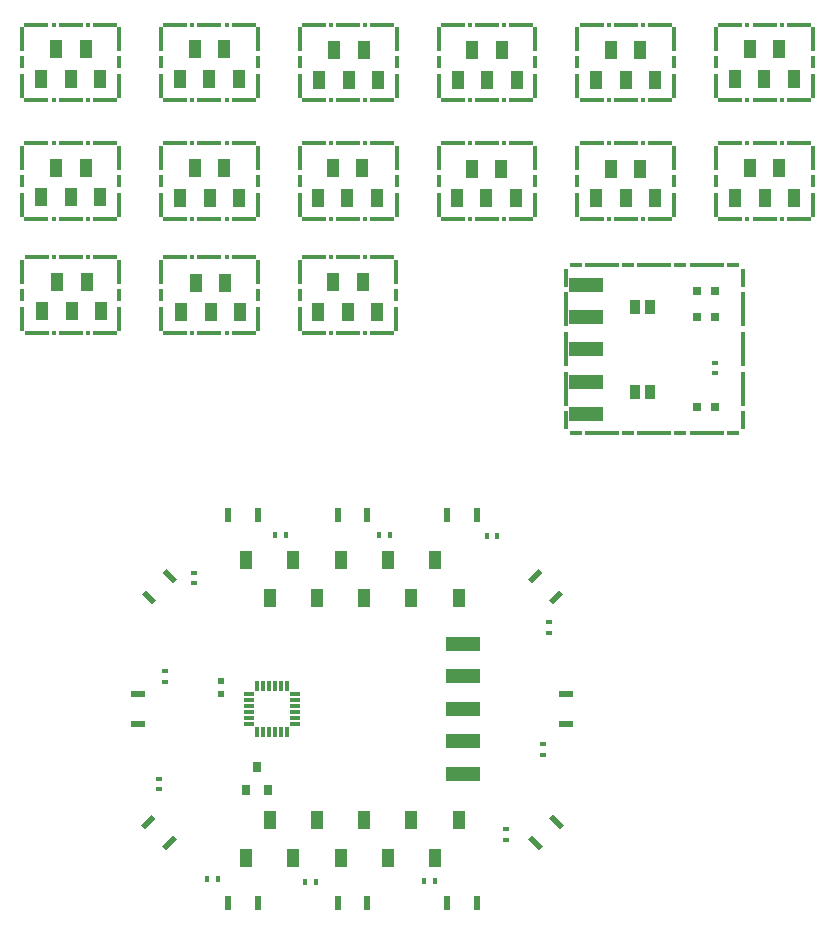
<source format=gbp>
G04 #@! TF.FileFunction,Paste,Bot*
%FSLAX46Y46*%
G04 Gerber Fmt 4.6, Leading zero omitted, Abs format (unit mm)*
G04 Created by KiCad (PCBNEW 4.0.7-e2-6376~58~ubuntu16.04.1) date Fri Aug  3 20:43:21 2018*
%MOMM*%
%LPD*%
G01*
G04 APERTURE LIST*
%ADD10C,0.100000*%
%ADD11R,0.400000X0.400000*%
%ADD12R,2.000000X0.400000*%
%ADD13R,0.400000X1.000000*%
%ADD14R,0.400000X2.000000*%
%ADD15R,1.000000X1.600000*%
%ADD16R,0.500000X1.250000*%
%ADD17R,0.850000X0.300000*%
%ADD18R,0.300000X0.850000*%
%ADD19R,1.250000X0.500000*%
%ADD20R,0.800000X0.900000*%
%ADD21R,0.500000X0.600000*%
%ADD22R,0.400000X0.600000*%
%ADD23R,0.600000X0.400000*%
%ADD24R,3.000000X1.250000*%
%ADD25R,0.800000X0.750000*%
%ADD26R,0.970000X1.270000*%
%ADD27R,1.000000X1.500000*%
%ADD28R,0.400000X1.500000*%
%ADD29R,0.400000X3.000000*%
%ADD30R,1.000000X0.400000*%
%ADD31R,3.000000X0.400000*%
G04 APERTURE END LIST*
D10*
D11*
X136780000Y-74910000D03*
D12*
X135330000Y-74910000D03*
X141130000Y-74910000D03*
X138230000Y-74910000D03*
D11*
X139680000Y-74910000D03*
X139680000Y-68510000D03*
D12*
X138230000Y-68510000D03*
X141130000Y-68510000D03*
X135330000Y-68510000D03*
D13*
X142330000Y-71710000D03*
D14*
X142330000Y-73710000D03*
X142330000Y-69710000D03*
X134130000Y-69710000D03*
X134130000Y-73710000D03*
D13*
X134130000Y-71710000D03*
D11*
X136780000Y-68510000D03*
D15*
X147600000Y-97350000D03*
X145600000Y-94150000D03*
X143600000Y-97350000D03*
X141600000Y-94150000D03*
X139600000Y-97350000D03*
X137600000Y-94150000D03*
X135600000Y-97350000D03*
X133600000Y-94150000D03*
X131600000Y-97350000D03*
X129600000Y-94150000D03*
D16*
X130580000Y-90290000D03*
X128080000Y-90290000D03*
X139860000Y-90320000D03*
X137360000Y-90320000D03*
X149130000Y-90300000D03*
X146630000Y-90300000D03*
X146640000Y-123200000D03*
X149140000Y-123200000D03*
X128070000Y-123140000D03*
X130570000Y-123140000D03*
D17*
X133760000Y-105480000D03*
X133760000Y-105980000D03*
X133760000Y-106480000D03*
X133760000Y-106980000D03*
X133760000Y-107480000D03*
X133760000Y-107980000D03*
D18*
X133060000Y-108680000D03*
X132560000Y-108680000D03*
X132060000Y-108680000D03*
X131560000Y-108680000D03*
X131060000Y-108680000D03*
X130560000Y-108680000D03*
D17*
X129860000Y-107980000D03*
X129860000Y-107480000D03*
X129860000Y-106980000D03*
X129860000Y-106480000D03*
X129860000Y-105980000D03*
X129860000Y-105480000D03*
D18*
X130560000Y-104780000D03*
X131060000Y-104780000D03*
X131560000Y-104780000D03*
X132060000Y-104780000D03*
X132560000Y-104780000D03*
X133060000Y-104780000D03*
D10*
G36*
X156472601Y-96998718D02*
X155588718Y-97882601D01*
X155235165Y-97529048D01*
X156119048Y-96645165D01*
X156472601Y-96998718D01*
X156472601Y-96998718D01*
G37*
G36*
X154704835Y-95230952D02*
X153820952Y-96114835D01*
X153467399Y-95761282D01*
X154351282Y-94877399D01*
X154704835Y-95230952D01*
X154704835Y-95230952D01*
G37*
D19*
X156720000Y-108000000D03*
X156720000Y-105500000D03*
X120460000Y-105510000D03*
X120460000Y-108010000D03*
D16*
X137350000Y-123200000D03*
X139850000Y-123200000D03*
D10*
G36*
X120727399Y-116561282D02*
X121611282Y-115677399D01*
X121964835Y-116030952D01*
X121080952Y-116914835D01*
X120727399Y-116561282D01*
X120727399Y-116561282D01*
G37*
G36*
X122495165Y-118329048D02*
X123379048Y-117445165D01*
X123732601Y-117798718D01*
X122848718Y-118682601D01*
X122495165Y-118329048D01*
X122495165Y-118329048D01*
G37*
G36*
X154371282Y-118652601D02*
X153487399Y-117768718D01*
X153840952Y-117415165D01*
X154724835Y-118299048D01*
X154371282Y-118652601D01*
X154371282Y-118652601D01*
G37*
G36*
X156139048Y-116884835D02*
X155255165Y-116000952D01*
X155608718Y-115647399D01*
X156492601Y-116531282D01*
X156139048Y-116884835D01*
X156139048Y-116884835D01*
G37*
G36*
X122868718Y-94867399D02*
X123752601Y-95751282D01*
X123399048Y-96104835D01*
X122515165Y-95220952D01*
X122868718Y-94867399D01*
X122868718Y-94867399D01*
G37*
G36*
X121100952Y-96635165D02*
X121984835Y-97519048D01*
X121631282Y-97872601D01*
X120747399Y-96988718D01*
X121100952Y-96635165D01*
X121100952Y-96635165D01*
G37*
D20*
X131490000Y-113610000D03*
X129590000Y-113610000D03*
X130540000Y-111610000D03*
D21*
X127480000Y-104370000D03*
X127480000Y-105470000D03*
D22*
X132970000Y-92040000D03*
X132070000Y-92040000D03*
X141775000Y-92025000D03*
X140875000Y-92025000D03*
X150875000Y-92075000D03*
X149975000Y-92075000D03*
D23*
X155225000Y-100300000D03*
X155225000Y-99400000D03*
X154725000Y-110625000D03*
X154725000Y-109725000D03*
X151575000Y-117800000D03*
X151575000Y-116900000D03*
D22*
X144675000Y-121325000D03*
X145575000Y-121325000D03*
X134600000Y-121425000D03*
X135500000Y-121425000D03*
X126325000Y-121175000D03*
X127225000Y-121175000D03*
D23*
X122225000Y-112650000D03*
X122225000Y-113550000D03*
X122750000Y-103550000D03*
X122750000Y-104450000D03*
X125150000Y-95200000D03*
X125150000Y-96100000D03*
D15*
X147600000Y-116150000D03*
X145600000Y-119350000D03*
X143600000Y-116150000D03*
X141600000Y-119350000D03*
X139600000Y-116150000D03*
X137600000Y-119350000D03*
X135600000Y-116150000D03*
X133600000Y-119350000D03*
X131600000Y-116150000D03*
X129600000Y-119350000D03*
D24*
X148000000Y-112225000D03*
X148000000Y-109475000D03*
X148000000Y-106725000D03*
X148000000Y-103975000D03*
X148000000Y-101225000D03*
D25*
X169260000Y-71325000D03*
X167760000Y-71325000D03*
X169260000Y-81200000D03*
X167760000Y-81200000D03*
X169260000Y-73525000D03*
X167760000Y-73525000D03*
D26*
X162495000Y-72725000D03*
X163775000Y-72725000D03*
X163775000Y-79875000D03*
X162495000Y-79875000D03*
D24*
X158410000Y-81800000D03*
X158410000Y-79050000D03*
X158410000Y-76300000D03*
X158410000Y-73550000D03*
X158410000Y-70800000D03*
D23*
X169260000Y-78325000D03*
X169260000Y-77425000D03*
D27*
X174735000Y-50895000D03*
X172235000Y-50895000D03*
X175985000Y-53395000D03*
X173485000Y-53395000D03*
X170985000Y-53395000D03*
X116015000Y-50900000D03*
X113515000Y-50900000D03*
X117265000Y-53400000D03*
X114765000Y-53400000D03*
X112265000Y-53400000D03*
X127745000Y-50900000D03*
X125245000Y-50900000D03*
X128995000Y-53400000D03*
X126495000Y-53400000D03*
X123995000Y-53400000D03*
X174755000Y-60970000D03*
X172255000Y-60970000D03*
X176005000Y-63470000D03*
X173505000Y-63470000D03*
X171005000Y-63470000D03*
X139465000Y-70630000D03*
X136965000Y-70630000D03*
X140715000Y-73130000D03*
X138215000Y-73130000D03*
X135715000Y-73130000D03*
X162990000Y-50945000D03*
X160490000Y-50945000D03*
X164240000Y-53445000D03*
X161740000Y-53445000D03*
X159240000Y-53445000D03*
X116090000Y-70570000D03*
X113590000Y-70570000D03*
X117340000Y-73070000D03*
X114840000Y-73070000D03*
X112340000Y-73070000D03*
X151260000Y-50970000D03*
X148760000Y-50970000D03*
X152510000Y-53470000D03*
X150010000Y-53470000D03*
X147510000Y-53470000D03*
X127770000Y-60970000D03*
X125270000Y-60970000D03*
X129020000Y-63470000D03*
X126520000Y-63470000D03*
X124020000Y-63470000D03*
X116010000Y-60920000D03*
X113510000Y-60920000D03*
X117260000Y-63420000D03*
X114760000Y-63420000D03*
X112260000Y-63420000D03*
X139560000Y-50960000D03*
X137060000Y-50960000D03*
X140810000Y-53460000D03*
X138310000Y-53460000D03*
X135810000Y-53460000D03*
X162980000Y-61000000D03*
X160480000Y-61000000D03*
X164230000Y-63500000D03*
X161730000Y-63500000D03*
X159230000Y-63500000D03*
X127850000Y-70640000D03*
X125350000Y-70640000D03*
X129100000Y-73140000D03*
X126600000Y-73140000D03*
X124100000Y-73140000D03*
X151190000Y-60980000D03*
X148690000Y-60980000D03*
X152440000Y-63480000D03*
X149940000Y-63480000D03*
X147440000Y-63480000D03*
X139420000Y-60970000D03*
X136920000Y-60970000D03*
X140670000Y-63470000D03*
X138170000Y-63470000D03*
X135670000Y-63470000D03*
D11*
X113310000Y-74910000D03*
D12*
X111860000Y-74910000D03*
X117660000Y-74910000D03*
X114760000Y-74910000D03*
D11*
X116210000Y-74910000D03*
X116210000Y-68510000D03*
D12*
X114760000Y-68510000D03*
X117660000Y-68510000D03*
X111860000Y-68510000D03*
D13*
X118860000Y-71710000D03*
D14*
X118860000Y-73710000D03*
X118860000Y-69710000D03*
X110660000Y-69710000D03*
X110660000Y-73710000D03*
D13*
X110660000Y-71710000D03*
D11*
X113310000Y-68510000D03*
X125050000Y-74900000D03*
D12*
X123600000Y-74900000D03*
X129400000Y-74900000D03*
X126500000Y-74900000D03*
D11*
X127950000Y-74900000D03*
X127950000Y-68500000D03*
D12*
X126500000Y-68500000D03*
X129400000Y-68500000D03*
X123600000Y-68500000D03*
D13*
X130600000Y-71700000D03*
D14*
X130600000Y-73700000D03*
X130600000Y-69700000D03*
X122400000Y-69700000D03*
X122400000Y-73700000D03*
D13*
X122400000Y-71700000D03*
D11*
X125050000Y-68500000D03*
X113300000Y-65250000D03*
D12*
X111850000Y-65250000D03*
X117650000Y-65250000D03*
X114750000Y-65250000D03*
D11*
X116200000Y-65250000D03*
X116200000Y-58850000D03*
D12*
X114750000Y-58850000D03*
X117650000Y-58850000D03*
X111850000Y-58850000D03*
D13*
X118850000Y-62050000D03*
D14*
X118850000Y-64050000D03*
X118850000Y-60050000D03*
X110650000Y-60050000D03*
X110650000Y-64050000D03*
D13*
X110650000Y-62050000D03*
D11*
X113300000Y-58850000D03*
X125050000Y-65250000D03*
D12*
X123600000Y-65250000D03*
X129400000Y-65250000D03*
X126500000Y-65250000D03*
D11*
X127950000Y-65250000D03*
X127950000Y-58850000D03*
D12*
X126500000Y-58850000D03*
X129400000Y-58850000D03*
X123600000Y-58850000D03*
D13*
X130600000Y-62050000D03*
D14*
X130600000Y-64050000D03*
X130600000Y-60050000D03*
X122400000Y-60050000D03*
X122400000Y-64050000D03*
D13*
X122400000Y-62050000D03*
D11*
X125050000Y-58850000D03*
X136800000Y-65250000D03*
D12*
X135350000Y-65250000D03*
X141150000Y-65250000D03*
X138250000Y-65250000D03*
D11*
X139700000Y-65250000D03*
X139700000Y-58850000D03*
D12*
X138250000Y-58850000D03*
X141150000Y-58850000D03*
X135350000Y-58850000D03*
D13*
X142350000Y-62050000D03*
D14*
X142350000Y-64050000D03*
X142350000Y-60050000D03*
X134150000Y-60050000D03*
X134150000Y-64050000D03*
D13*
X134150000Y-62050000D03*
D11*
X136800000Y-58850000D03*
X148550000Y-65250000D03*
D12*
X147100000Y-65250000D03*
X152900000Y-65250000D03*
X150000000Y-65250000D03*
D11*
X151450000Y-65250000D03*
X151450000Y-58850000D03*
D12*
X150000000Y-58850000D03*
X152900000Y-58850000D03*
X147100000Y-58850000D03*
D13*
X154100000Y-62050000D03*
D14*
X154100000Y-64050000D03*
X154100000Y-60050000D03*
X145900000Y-60050000D03*
X145900000Y-64050000D03*
D13*
X145900000Y-62050000D03*
D11*
X148550000Y-58850000D03*
X160300000Y-65250000D03*
D12*
X158850000Y-65250000D03*
X164650000Y-65250000D03*
X161750000Y-65250000D03*
D11*
X163200000Y-65250000D03*
X163200000Y-58850000D03*
D12*
X161750000Y-58850000D03*
X164650000Y-58850000D03*
X158850000Y-58850000D03*
D13*
X165850000Y-62050000D03*
D14*
X165850000Y-64050000D03*
X165850000Y-60050000D03*
X157650000Y-60050000D03*
X157650000Y-64050000D03*
D13*
X157650000Y-62050000D03*
D11*
X160300000Y-58850000D03*
X172050000Y-65250000D03*
D12*
X170600000Y-65250000D03*
X176400000Y-65250000D03*
X173500000Y-65250000D03*
D11*
X174950000Y-65250000D03*
X174950000Y-58850000D03*
D12*
X173500000Y-58850000D03*
X176400000Y-58850000D03*
X170600000Y-58850000D03*
D13*
X177600000Y-62050000D03*
D14*
X177600000Y-64050000D03*
X177600000Y-60050000D03*
X169400000Y-60050000D03*
X169400000Y-64050000D03*
D13*
X169400000Y-62050000D03*
D11*
X172050000Y-58850000D03*
X172050000Y-55200000D03*
D12*
X170600000Y-55200000D03*
X176400000Y-55200000D03*
X173500000Y-55200000D03*
D11*
X174950000Y-55200000D03*
X174950000Y-48800000D03*
D12*
X173500000Y-48800000D03*
X176400000Y-48800000D03*
X170600000Y-48800000D03*
D13*
X177600000Y-52000000D03*
D14*
X177600000Y-54000000D03*
X177600000Y-50000000D03*
X169400000Y-50000000D03*
X169400000Y-54000000D03*
D13*
X169400000Y-52000000D03*
D11*
X172050000Y-48800000D03*
X160300000Y-55200000D03*
D12*
X158850000Y-55200000D03*
X164650000Y-55200000D03*
X161750000Y-55200000D03*
D11*
X163200000Y-55200000D03*
X163200000Y-48800000D03*
D12*
X161750000Y-48800000D03*
X164650000Y-48800000D03*
X158850000Y-48800000D03*
D13*
X165850000Y-52000000D03*
D14*
X165850000Y-54000000D03*
X165850000Y-50000000D03*
X157650000Y-50000000D03*
X157650000Y-54000000D03*
D13*
X157650000Y-52000000D03*
D11*
X160300000Y-48800000D03*
X148550000Y-55200000D03*
D12*
X147100000Y-55200000D03*
X152900000Y-55200000D03*
X150000000Y-55200000D03*
D11*
X151450000Y-55200000D03*
X151450000Y-48800000D03*
D12*
X150000000Y-48800000D03*
X152900000Y-48800000D03*
X147100000Y-48800000D03*
D13*
X154100000Y-52000000D03*
D14*
X154100000Y-54000000D03*
X154100000Y-50000000D03*
X145900000Y-50000000D03*
X145900000Y-54000000D03*
D13*
X145900000Y-52000000D03*
D11*
X148550000Y-48800000D03*
X136800000Y-55200000D03*
D12*
X135350000Y-55200000D03*
X141150000Y-55200000D03*
X138250000Y-55200000D03*
D11*
X139700000Y-55200000D03*
X139700000Y-48800000D03*
D12*
X138250000Y-48800000D03*
X141150000Y-48800000D03*
X135350000Y-48800000D03*
D13*
X142350000Y-52000000D03*
D14*
X142350000Y-54000000D03*
X142350000Y-50000000D03*
X134150000Y-50000000D03*
X134150000Y-54000000D03*
D13*
X134150000Y-52000000D03*
D11*
X136800000Y-48800000D03*
X125050000Y-55200000D03*
D12*
X123600000Y-55200000D03*
X129400000Y-55200000D03*
X126500000Y-55200000D03*
D11*
X127950000Y-55200000D03*
X127950000Y-48800000D03*
D12*
X126500000Y-48800000D03*
X129400000Y-48800000D03*
X123600000Y-48800000D03*
D13*
X130600000Y-52000000D03*
D14*
X130600000Y-54000000D03*
X130600000Y-50000000D03*
X122400000Y-50000000D03*
X122400000Y-54000000D03*
D13*
X122400000Y-52000000D03*
D11*
X125050000Y-48800000D03*
X113300000Y-55200000D03*
D12*
X111850000Y-55200000D03*
X117650000Y-55200000D03*
X114750000Y-55200000D03*
D11*
X116200000Y-55200000D03*
X116200000Y-48800000D03*
D12*
X114750000Y-48800000D03*
X117650000Y-48800000D03*
X111850000Y-48800000D03*
D13*
X118850000Y-52000000D03*
D14*
X118850000Y-54000000D03*
X118850000Y-50000000D03*
X110650000Y-50000000D03*
X110650000Y-54000000D03*
D13*
X110650000Y-52000000D03*
D11*
X113300000Y-48800000D03*
D28*
X156650000Y-82250000D03*
D29*
X156650000Y-76250000D03*
X156650000Y-72900000D03*
X156650000Y-79650000D03*
D28*
X156650000Y-70250000D03*
X171650000Y-70250000D03*
D29*
X171650000Y-79650000D03*
X171650000Y-72900000D03*
D30*
X166350000Y-69150000D03*
D31*
X164150000Y-69150000D03*
X159700000Y-69150000D03*
X168600000Y-69150000D03*
D30*
X170800000Y-69150000D03*
X161900000Y-69150000D03*
X157500000Y-69150000D03*
X157500000Y-83350000D03*
X161900000Y-83350000D03*
X170800000Y-83350000D03*
D31*
X168600000Y-83350000D03*
X159700000Y-83350000D03*
X164150000Y-83350000D03*
D30*
X166350000Y-83350000D03*
D29*
X171650000Y-76250000D03*
D28*
X171650000Y-82250000D03*
M02*

</source>
